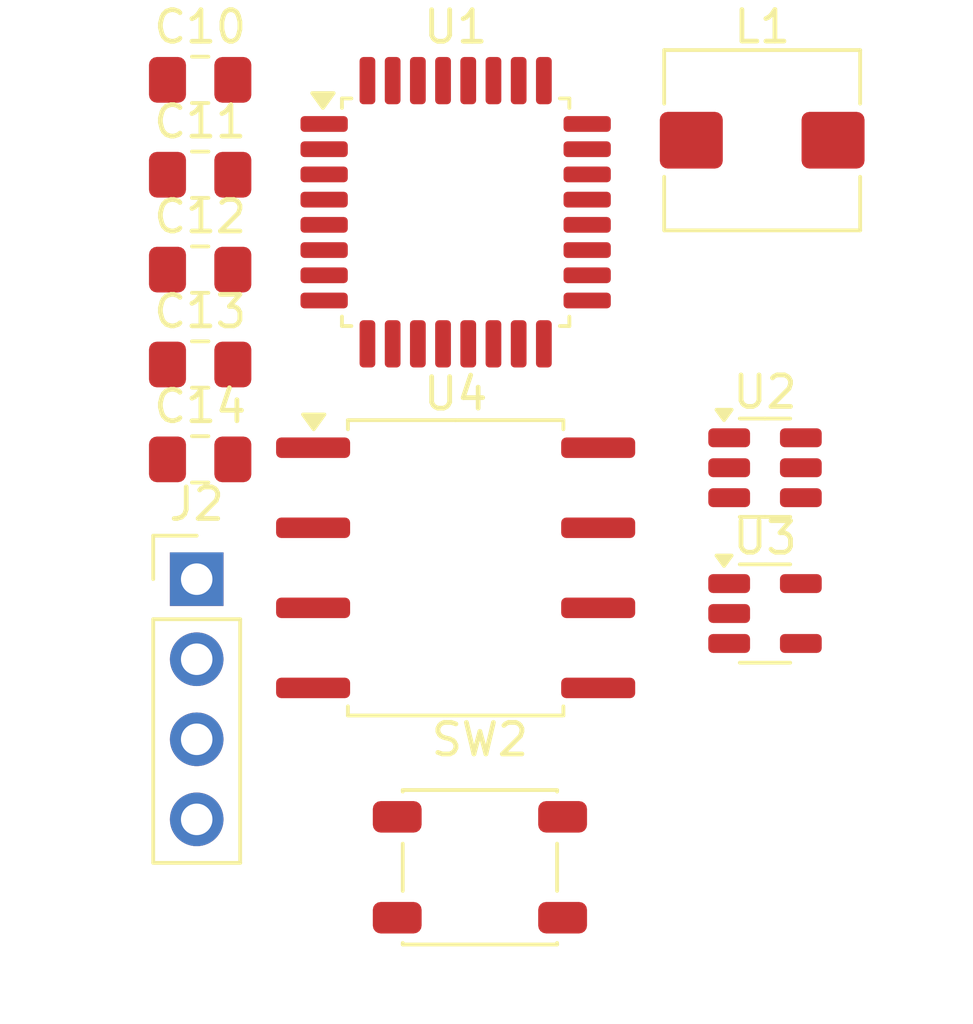
<source format=kicad_pcb>
(kicad_pcb (version 20241229) (generator "pcbnew") (generator_version "9.0")
  (layers (0 "F.Cu" signal) (2 "B.Cu" signal) (13 "F.Paste" user) (15 "B.Paste" user) (5 "F.SilkS" user "F.Silkscreen") (7 "B.SilkS" user "B.Silkscreen") (1 "F.Mask" user) (3 "B.Mask" user) (25 "Edge.Cuts" user))
  (net 0 "")
  (net 1 "+12V")
  (net 2 "GND")
  (net 3 "Net-(U2-BST)")
  (net 4 "Net-(U2-SW)")
  (net 5 "+5V")
  (net 6 "+3V3")
  (net 11 "/NRST")
  (net 12 "/SPI_MOSI")
  (net 15 "Net-(U1-PF0)")
  (net 17 "/CAN_TX")
  (net 21 "Net-(U1-PB8)")
  (net 22 "/SPI_MISO")
  (net 23 "/STLINK_SWCLK")
  (net 24 "/CAN_RX")
  (net 26 "/STLINK_SWDIO")
  (net 27 "/STLINK_SWO")
  (net 29 "/SPI_CS")
  (net 31 "/SPI_CLK")
  (net 33 "/I2C_SCL")
  (net 34 "/I2C_SDA")
  (net 35 "Net-(U1-PF1)")
  (net 36 "Net-(U1-VDDA)")
  (net 39 "/CANH")
  (net 40 "Net-(U4-VCC1)")
  (net 41 "/CANL")
  (net 42 "Net-(U4-GND2)")
  (net 43 "Net-(U4-VCC2)")
  (net 44 "Net-(U4-GND1)")
  (footprint "Capacitor_SMD:C_0805_2012Metric_Pad1.18x1.45mm_HandSolder" (layer "F.Cu") (at 167.845 114.02)
    (property "Reference" "C10" (at 0 -1.68 0) (layer "F.SilkS"))
    (property "Value" "10uF")
    (fp_line (start -0.261252 -0.735) (end 0.261252 -0.735) (stroke (width 0.12)) (layer "F.SilkS"))
    (fp_line (start -0.261252 0.735) (end 0.261252 0.735) (stroke (width 0.12)) (layer "F.SilkS"))
    (pad "1" smd roundrect (at -1.0375 0) (size 1.175 1.45) (layers "F.Cu" "F.Mask" "F.Paste") (roundrect_rratio 0.212766) (net 2 "GND"))
    (pad "2" smd roundrect (at 1.0375 0) (size 1.175 1.45) (layers "F.Cu" "F.Mask" "F.Paste") (roundrect_rratio 0.212766) (net 1 "+12V"))
  )
  (footprint "Inductor_SMD:L_Bourns_SRP5030T" (layer "F.Cu") (at 185.685 115.935)
    (property "Reference" "L1" (at 0 -3.6 0) (layer "F.SilkS"))
    (property "Value" "4.7uF")
    (fp_line (start -3.11 -2.86) (end -3.11 -1.16) (stroke (width 0.12)) (layer "F.SilkS"))
    (fp_line (start -3.11 -2.86) (end 3.11 -2.86) (stroke (width 0.12)) (layer "F.SilkS"))
    (fp_line (start -3.11 2.86) (end -3.11 1.16) (stroke (width 0.12)) (layer "F.SilkS"))
    (fp_line (start -3.11 2.86) (end 3.11 2.86) (stroke (width 0.12)) (layer "F.SilkS"))
    (fp_line (start 3.11 -2.86) (end 3.11 -1.16) (stroke (width 0.12)) (layer "F.SilkS"))
    (fp_line (start 3.11 2.86) (end 3.11 1.16) (stroke (width 0.12)) (layer "F.SilkS"))
    (pad "1" smd roundrect (at -2.25 0) (size 2 1.8) (layers "F.Cu" "F.Mask" "F.Paste") (roundrect_rratio 0.138889) (net 4 "Net-(U2-SW)"))
    (pad "2" smd roundrect (at 2.25 0) (size 2 1.8) (layers "F.Cu" "F.Mask" "F.Paste") (roundrect_rratio 0.138889) (net 5 "+5V"))
  )
  (footprint "Package_TO_SOT_SMD:SOT-23-5" (layer "F.Cu") (at 185.775 130.95)
    (property "Reference" "U3" (at 0 -2.4 0) (layer "F.SilkS"))
    (property "Value" "MIC5504-3.3YM5")
    (fp_line (start 0 -1.56) (end -0.8 -1.56) (stroke (width 0.12)) (layer "F.SilkS"))
    (fp_line (start 0 -1.56) (end 0.8 -1.56) (stroke (width 0.12)) (layer "F.SilkS"))
    (fp_line (start 0 1.56) (end -0.8 1.56) (stroke (width 0.12)) (layer "F.SilkS"))
    (fp_line (start 0 1.56) (end 0.8 1.56) (stroke (width 0.12)) (layer "F.SilkS"))
    (fp_poly (pts (xy -1.3 -1.51) (xy -1.54 -1.84) (xy -1.06 -1.84)) (stroke (width 0.12)) (fill yes) (layer "F.SilkS"))
    (pad "1" smd roundrect (at -1.1375 -0.95) (size 1.325 0.6) (layers "F.Cu" "F.Mask" "F.Paste") (net 5 "+5V"))
    (pad "2" smd roundrect (at -1.1375 0) (size 1.325 0.6) (layers "F.Cu" "F.Mask" "F.Paste") (net 2 "GND"))
    (pad "3" smd roundrect (at -1.1375 0.95) (size 1.325 0.6) (layers "F.Cu" "F.Mask" "F.Paste") (net 5 "+5V"))
    (pad "4" smd roundrect (at 1.1375 0.95) (size 1.325 0.6) (layers "F.Cu" "F.Mask" "F.Paste"))
    (pad "5" smd roundrect (at 1.1375 -0.95) (size 1.325 0.6) (layers "F.Cu" "F.Mask" "F.Paste") (net 6 "+3V3"))
  )
  (footprint "Package_QFP:LQFP-32_7x7mm_P0.8mm" (layer "F.Cu") (at 175.955 118.22)
    (property "Reference" "U1" (at 0 -5.88 0) (layer "F.SilkS"))
    (property "Value" "STM32G441KBTx")
    (fp_line (start -3.61 -3.61) (end -3.61 -3.31) (stroke (width 0.12)) (layer "F.SilkS"))
    (fp_line (start -3.61 3.61) (end -3.61 3.31) (stroke (width 0.12)) (layer "F.SilkS"))
    (fp_line (start -3.31 -3.61) (end -3.61 -3.61) (stroke (width 0.12)) (layer "F.SilkS"))
    (fp_line (start -3.31 3.61) (end -3.61 3.61) (stroke (width 0.12)) (layer "F.SilkS"))
    (fp_line (start 3.31 -3.61) (end 3.61 -3.61) (stroke (width 0.12)) (layer "F.SilkS"))
    (fp_line (start 3.31 3.61) (end 3.61 3.61) (stroke (width 0.12)) (layer "F.SilkS"))
    (fp_line (start 3.61 -3.61) (end 3.61 -3.31) (stroke (width 0.12)) (layer "F.SilkS"))
    (fp_line (start 3.61 3.61) (end 3.61 3.31) (stroke (width 0.12)) (layer "F.SilkS"))
    (fp_poly (pts (xy -4.2125 -3.31) (xy -4.5525 -3.78) (xy -3.8725 -3.78)) (stroke (width 0.12)) (fill yes) (layer "F.SilkS"))
    (pad "1" smd roundrect (at -4.175 -2.8) (size 1.5 0.5) (layers "F.Cu" "F.Mask" "F.Paste") (net 6 "+3V3"))
    (pad "2" smd roundrect (at -4.175 -2) (size 1.5 0.5) (layers "F.Cu" "F.Mask" "F.Paste") (net 15 "Net-(U1-PF0)"))
    (pad "3" smd roundrect (at -4.175 -1.2) (size 1.5 0.5) (layers "F.Cu" "F.Mask" "F.Paste") (net 35 "Net-(U1-PF1)"))
    (pad "4" smd roundrect (at -4.175 -0.4) (size 1.5 0.5) (layers "F.Cu" "F.Mask" "F.Paste") (net 11 "/NRST"))
    (pad "5" smd roundrect (at -4.175 0.4) (size 1.5 0.5) (layers "F.Cu" "F.Mask" "F.Paste"))
    (pad "6" smd roundrect (at -4.175 1.2) (size 1.5 0.5) (layers "F.Cu" "F.Mask" "F.Paste"))
    (pad "7" smd roundrect (at -4.175 2) (size 1.5 0.5) (layers "F.Cu" "F.Mask" "F.Paste"))
    (pad "8" smd roundrect (at -4.175 2.8) (size 1.5 0.5) (layers "F.Cu" "F.Mask" "F.Paste"))
    (pad "9" smd roundrect (at -2.8 4.175) (size 0.5 1.5) (layers "F.Cu" "F.Mask" "F.Paste") (net 29 "/SPI_CS"))
    (pad "10" smd roundrect (at -2 4.175) (size 0.5 1.5) (layers "F.Cu" "F.Mask" "F.Paste") (net 31 "/SPI_CLK"))
    (pad "11" smd roundrect (at -1.2 4.175) (size 0.5 1.5) (layers "F.Cu" "F.Mask" "F.Paste") (net 22 "/SPI_MISO"))
    (pad "12" smd roundrect (at -0.4 4.175) (size 0.5 1.5) (layers "F.Cu" "F.Mask" "F.Paste") (net 12 "/SPI_MOSI"))
    (pad "13" smd roundrect (at 0.4 4.175) (size 0.5 1.5) (layers "F.Cu" "F.Mask" "F.Paste"))
    (pad "14" smd roundrect (at 1.2 4.175) (size 0.5 1.5) (layers "F.Cu" "F.Mask" "F.Paste") (net 2 "GND"))
    (pad "15" smd roundrect (at 2 4.175) (size 0.5 1.5) (layers "F.Cu" "F.Mask" "F.Paste") (net 36 "Net-(U1-VDDA)"))
    (pad "16" smd roundrect (at 2.8 4.175) (size 0.5 1.5) (layers "F.Cu" "F.Mask" "F.Paste") (net 2 "GND"))
    (pad "17" smd roundrect (at 4.175 2.8) (size 1.5 0.5) (layers "F.Cu" "F.Mask" "F.Paste") (net 6 "+3V3"))
    (pad "18" smd roundrect (at 4.175 2) (size 1.5 0.5) (layers "F.Cu" "F.Mask" "F.Paste") (net 34 "/I2C_SDA"))
    (pad "19" smd roundrect (at 4.175 1.2) (size 1.5 0.5) (layers "F.Cu" "F.Mask" "F.Paste") (net 33 "/I2C_SCL"))
    (pad "20" smd roundrect (at 4.175 0.4) (size 1.5 0.5) (layers "F.Cu" "F.Mask" "F.Paste"))
    (pad "21" smd roundrect (at 4.175 -0.4) (size 1.5 0.5) (layers "F.Cu" "F.Mask" "F.Paste") (net 24 "/CAN_RX"))
    (pad "22" smd roundrect (at 4.175 -1.2) (size 1.5 0.5) (layers "F.Cu" "F.Mask" "F.Paste") (net 17 "/CAN_TX"))
    (pad "23" smd roundrect (at 4.175 -2) (size 1.5 0.5) (layers "F.Cu" "F.Mask" "F.Paste") (net 26 "/STLINK_SWDIO"))
    (pad "24" smd roundrect (at 4.175 -2.8) (size 1.5 0.5) (layers "F.Cu" "F.Mask" "F.Paste") (net 23 "/STLINK_SWCLK"))
    (pad "25" smd roundrect (at 2.8 -4.175) (size 0.5 1.5) (layers "F.Cu" "F.Mask" "F.Paste"))
    (pad "26" smd roundrect (at 2 -4.175) (size 0.5 1.5) (layers "F.Cu" "F.Mask" "F.Paste") (net 27 "/STLINK_SWO"))
    (pad "27" smd roundrect (at 1.2 -4.175) (size 0.5 1.5) (layers "F.Cu" "F.Mask" "F.Paste"))
    (pad "28" smd roundrect (at 0.4 -4.175) (size 0.5 1.5) (layers "F.Cu" "F.Mask" "F.Paste"))
    (pad "29" smd roundrect (at -0.4 -4.175) (size 0.5 1.5) (layers "F.Cu" "F.Mask" "F.Paste"))
    (pad "30" smd roundrect (at -1.2 -4.175) (size 0.5 1.5) (layers "F.Cu" "F.Mask" "F.Paste"))
    (pad "31" smd roundrect (at -2 -4.175) (size 0.5 1.5) (layers "F.Cu" "F.Mask" "F.Paste") (net 21 "Net-(U1-PB8)"))
    (pad "32" smd roundrect (at -2.8 -4.175) (size 0.5 1.5) (layers "F.Cu" "F.Mask" "F.Paste") (net 2 "GND"))
  )
  (footprint "Button_Switch_SMD:SW_SPST_PTS647_Sx50" (layer "F.Cu") (at 176.725 139)
    (property "Reference" "SW2" (at 0 -4.05 0) (layer "F.SilkS"))
    (property "Value" "SW_Push")
    (fp_line (start -2.45 -2.45) (end -2.45 -2.4) (stroke (width 0.12)) (layer "F.SilkS"))
    (fp_line (start -2.45 -2.45) (end 2.45 -2.45) (stroke (width 0.12)) (layer "F.SilkS"))
    (fp_line (start -2.45 -0.75) (end -2.45 0.75) (stroke (width 0.12)) (layer "F.SilkS"))
    (fp_line (start -2.45 2.45) (end -2.45 2.4) (stroke (width 0.12)) (layer "F.SilkS"))
    (fp_line (start -2.45 2.45) (end 2.45 2.45) (stroke (width 0.12)) (layer "F.SilkS"))
    (fp_line (start 2.45 -2.45) (end 2.45 -2.4) (stroke (width 0.12)) (layer "F.SilkS"))
    (fp_line (start 2.45 -0.75) (end 2.45 0.75) (stroke (width 0.12)) (layer "F.SilkS"))
    (fp_line (start 2.45 2.45) (end 2.45 2.4) (stroke (width 0.12)) (layer "F.SilkS"))
    (pad "1" smd roundrect (at -2.625 -1.6) (size 1.55 1) (layers "F.Cu" "F.Mask" "F.Paste") (net 2 "GND"))
    (pad "1" smd roundrect (at 2.625 -1.6) (size 1.55 1) (layers "F.Cu" "F.Mask" "F.Paste") (net 2 "GND"))
    (pad "2" smd roundrect (at -2.625 1.6) (size 1.55 1) (layers "F.Cu" "F.Mask" "F.Paste") (net 11 "/NRST"))
    (pad "2" smd roundrect (at 2.625 1.6) (size 1.55 1) (layers "F.Cu" "F.Mask" "F.Paste") (net 11 "/NRST"))
  )
  (footprint "Capacitor_SMD:C_0805_2012Metric_Pad1.18x1.45mm_HandSolder" (layer "F.Cu") (at 167.845 120.04)
    (property "Reference" "C12" (at 0 -1.68 0) (layer "F.SilkS"))
    (property "Value" "47uF")
    (fp_line (start -0.261252 -0.735) (end 0.261252 -0.735) (stroke (width 0.12)) (layer "F.SilkS"))
    (fp_line (start -0.261252 0.735) (end 0.261252 0.735) (stroke (width 0.12)) (layer "F.SilkS"))
    (pad "1" smd roundrect (at -1.0375 0) (size 1.175 1.45) (layers "F.Cu" "F.Mask" "F.Paste") (roundrect_rratio 0.212766) (net 2 "GND"))
    (pad "2" smd roundrect (at 1.0375 0) (size 1.175 1.45) (layers "F.Cu" "F.Mask" "F.Paste") (roundrect_rratio 0.212766) (net 5 "+5V"))
  )
  (footprint "Capacitor_SMD:C_0805_2012Metric_Pad1.18x1.45mm_HandSolder" (layer "F.Cu") (at 167.845 123.05)
    (property "Reference" "C13" (at 0 -1.68 0) (layer "F.SilkS"))
    (property "Value" "1uF")
    (fp_line (start -0.261252 -0.735) (end 0.261252 -0.735) (stroke (width 0.12)) (layer "F.SilkS"))
    (fp_line (start -0.261252 0.735) (end 0.261252 0.735) (stroke (width 0.12)) (layer "F.SilkS"))
    (pad "1" smd roundrect (at -1.0375 0) (size 1.175 1.45) (layers "F.Cu" "F.Mask" "F.Paste") (roundrect_rratio 0.212766) (net 2 "GND"))
    (pad "2" smd roundrect (at 1.0375 0) (size 1.175 1.45) (layers "F.Cu" "F.Mask" "F.Paste") (roundrect_rratio 0.212766) (net 5 "+5V"))
  )
  (footprint "Package_TO_SOT_SMD:TSOT-23-6" (layer "F.Cu") (at 185.775 126.325)
    (property "Reference" "U2" (at 0 -2.4 0) (layer "F.SilkS"))
    (property "Value" "AP63205WU")
    (fp_line (start 0 -1.56) (end -0.8 -1.56) (stroke (width 0.12)) (layer "F.SilkS"))
    (fp_line (start 0 -1.56) (end 0.8 -1.56) (stroke (width 0.12)) (layer "F.SilkS"))
    (fp_line (start 0 1.56) (end -0.8 1.56) (stroke (width 0.12)) (layer "F.SilkS"))
    (fp_line (start 0 1.56) (end 0.8 1.56) (stroke (width 0.12)) (layer "F.SilkS"))
    (fp_poly (pts (xy -1.3 -1.51) (xy -1.54 -1.84) (xy -1.06 -1.84)) (stroke (width 0.12)) (fill yes) (layer "F.SilkS"))
    (pad "1" smd roundrect (at -1.1375 -0.95) (size 1.325 0.6) (layers "F.Cu" "F.Mask" "F.Paste") (net 5 "+5V"))
    (pad "2" smd roundrect (at -1.1375 0) (size 1.325 0.6) (layers "F.Cu" "F.Mask" "F.Paste") (net 1 "+12V"))
    (pad "3" smd roundrect (at -1.1375 0.95) (size 1.325 0.6) (layers "F.Cu" "F.Mask" "F.Paste") (net 1 "+12V"))
    (pad "4" smd roundrect (at 1.1375 0.95) (size 1.325 0.6) (layers "F.Cu" "F.Mask" "F.Paste") (net 2 "GND"))
    (pad "5" smd roundrect (at 1.1375 0) (size 1.325 0.6) (layers "F.Cu" "F.Mask" "F.Paste") (net 4 "Net-(U2-SW)"))
    (pad "6" smd roundrect (at 1.1375 -0.95) (size 1.325 0.6) (layers "F.Cu" "F.Mask" "F.Paste") (net 3 "Net-(U2-BST)"))
  )
  (footprint "Capacitor_SMD:C_0805_2012Metric_Pad1.18x1.45mm_HandSolder" (layer "F.Cu") (at 167.845 126.06)
    (property "Reference" "C14" (at 0 -1.68 0) (layer "F.SilkS"))
    (property "Value" "1uF")
    (fp_line (start -0.261252 -0.735) (end 0.261252 -0.735) (stroke (width 0.12)) (layer "F.SilkS"))
    (fp_line (start -0.261252 0.735) (end 0.261252 0.735) (stroke (width 0.12)) (layer "F.SilkS"))
    (pad "1" smd roundrect (at -1.0375 0) (size 1.175 1.45) (layers "F.Cu" "F.Mask" "F.Paste") (roundrect_rratio 0.212766) (net 2 "GND"))
    (pad "2" smd roundrect (at 1.0375 0) (size 1.175 1.45) (layers "F.Cu" "F.Mask" "F.Paste") (roundrect_rratio 0.212766) (net 6 "+3V3"))
  )
  (footprint "Capacitor_SMD:C_0805_2012Metric_Pad1.18x1.45mm_HandSolder" (layer "F.Cu") (at 167.845 117.03)
    (property "Reference" "C11" (at 0 -1.68 0) (layer "F.SilkS"))
    (property "Value" "100nF")
    (fp_line (start -0.261252 -0.735) (end 0.261252 -0.735) (stroke (width 0.12)) (layer "F.SilkS"))
    (fp_line (start -0.261252 0.735) (end 0.261252 0.735) (stroke (width 0.12)) (layer "F.SilkS"))
    (pad "1" smd roundrect (at -1.0375 0) (size 1.175 1.45) (layers "F.Cu" "F.Mask" "F.Paste") (roundrect_rratio 0.212766) (net 4 "Net-(U2-SW)"))
    (pad "2" smd roundrect (at 1.0375 0) (size 1.175 1.45) (layers "F.Cu" "F.Mask" "F.Paste") (roundrect_rratio 0.212766) (net 3 "Net-(U2-BST)"))
  )
  (footprint "Connector_PinHeader_2.54mm:PinHeader_1x04_P2.54mm_Vertical" (layer "F.Cu") (at 167.735 129.86)
    (property "Reference" "J2" (at 0 -2.38 0) (layer "F.SilkS"))
    (property "Value" "Conn_01x04_Pin")
    (fp_line (start -1.38 -1.38) (end 0 -1.38) (stroke (width 0.12)) (layer "F.SilkS"))
    (fp_line (start -1.38 0) (end -1.38 -1.38) (stroke (width 0.12)) (layer "F.SilkS"))
    (fp_line (start -1.38 1.27) (end -1.38 9) (stroke (width 0.12)) (layer "F.SilkS"))
    (fp_line (start -1.38 1.27) (end 1.38 1.27) (stroke (width 0.12)) (layer "F.SilkS"))
    (fp_line (start -1.38 9) (end 1.38 9) (stroke (width 0.12)) (layer "F.SilkS"))
    (fp_line (start 1.38 1.27) (end 1.38 9) (stroke (width 0.12)) (layer "F.SilkS"))
    (pad "1" thru_hole rect (at 0 0) (size 1.7 1.7) (drill 1) (layers "*.Cu" "*.Mask"))
    (pad "2" thru_hole circle (at 0 2.54) (size 1.7 1.7) (drill 1) (layers "*.Cu" "*.Mask"))
    (pad "3" thru_hole circle (at 0 5.08) (size 1.7 1.7) (drill 1) (layers "*.Cu" "*.Mask"))
    (pad "4" thru_hole circle (at 0 7.62) (size 1.7 1.7) (drill 1) (layers "*.Cu" "*.Mask"))
  )
  (footprint "Package_SO:SOP-8_6.62x9.15mm_P2.54mm" (layer "F.Cu") (at 175.955 129.5)
    (property "Reference" "U4" (at 0 -5.52 0) (layer "F.SilkS"))
    (property "Value" "ISO1050DUB")
    (fp_line (start -3.42 -4.685) (end -3.42 -4.395) (stroke (width 0.12)) (layer "F.SilkS"))
    (fp_line (start -3.42 4.685) (end -3.42 4.395) (stroke (width 0.12)) (layer "F.SilkS"))
    (fp_line (start 0 -4.685) (end -3.42 -4.685) (stroke (width 0.12)) (layer "F.SilkS"))
    (fp_line (start 0 -4.685) (end 3.42 -4.685) (stroke (width 0.12)) (layer "F.SilkS"))
    (fp_line (start 0 4.685) (end -3.42 4.685) (stroke (width 0.12)) (layer "F.SilkS"))
    (fp_line (start 0 4.685) (end 3.42 4.685) (stroke (width 0.12)) (layer "F.SilkS"))
    (fp_line (start 3.42 -4.685) (end 3.42 -4.395) (stroke (width 0.12)) (layer "F.SilkS"))
    (fp_line (start 3.42 4.685) (end 3.42 4.395) (stroke (width 0.12)) (layer "F.SilkS"))
    (fp_poly (pts (xy -4.505 -4.395) (xy -4.845 -4.865) (xy -4.165 -4.865)) (stroke (width 0.12)) (fill yes) (layer "F.SilkS"))
    (pad "1" smd roundrect (at -4.525 -3.81) (size 2.35 0.65) (layers "F.Cu" "F.Mask" "F.Paste") (net 40 "Net-(U4-VCC1)"))
    (pad "2" smd roundrect (at -4.525 -1.27) (size 2.35 0.65) (layers "F.Cu" "F.Mask" "F.Paste") (net 24 "/CAN_RX"))
    (pad "3" smd roundrect (at -4.525 1.27) (size 2.35 0.65) (layers "F.Cu" "F.Mask" "F.Paste") (net 17 "/CAN_TX"))
    (pad "4" smd roundrect (at -4.525 3.81) (size 2.35 0.65) (layers "F.Cu" "F.Mask" "F.Paste") (net 44 "Net-(U4-GND1)"))
    (pad "5" smd roundrect (at 4.525 3.81) (size 2.35 0.65) (layers "F.Cu" "F.Mask" "F.Paste") (net 42 "Net-(U4-GND2)"))
    (pad "6" smd roundrect (at 4.525 1.27) (size 2.35 0.65) (layers "F.Cu" "F.Mask" "F.Paste") (net 41 "/CANL"))
    (pad "7" smd roundrect (at 4.525 -1.27) (size 2.35 0.65) (layers "F.Cu" "F.Mask" "F.Paste") (net 39 "/CANH"))
    (pad "8" smd roundrect (at 4.525 -3.81) (size 2.35 0.65) (layers "F.Cu" "F.Mask" "F.Paste") (net 43 "Net-(U4-VCC2)"))
  )
)
</source>
